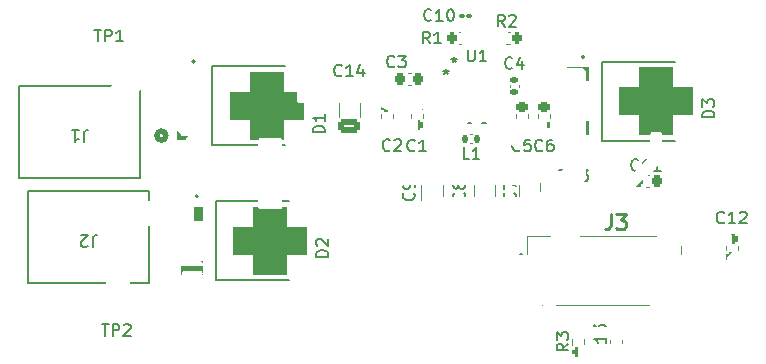
<source format=gto>
G04 #@! TF.GenerationSoftware,KiCad,Pcbnew,7.0.10*
G04 #@! TF.CreationDate,2024-02-24T17:00:32-05:00*
G04 #@! TF.ProjectId,main_buck_board,6d61696e-5f62-4756-936b-5f626f617264,rev?*
G04 #@! TF.SameCoordinates,Original*
G04 #@! TF.FileFunction,Legend,Top*
G04 #@! TF.FilePolarity,Positive*
%FSLAX46Y46*%
G04 Gerber Fmt 4.6, Leading zero omitted, Abs format (unit mm)*
G04 Created by KiCad (PCBNEW 7.0.10) date 2024-02-24 17:00:32*
%MOMM*%
%LPD*%
G01*
G04 APERTURE LIST*
G04 Aperture macros list*
%AMRoundRect*
0 Rectangle with rounded corners*
0 $1 Rounding radius*
0 $2 $3 $4 $5 $6 $7 $8 $9 X,Y pos of 4 corners*
0 Add a 4 corners polygon primitive as box body*
4,1,4,$2,$3,$4,$5,$6,$7,$8,$9,$2,$3,0*
0 Add four circle primitives for the rounded corners*
1,1,$1+$1,$2,$3*
1,1,$1+$1,$4,$5*
1,1,$1+$1,$6,$7*
1,1,$1+$1,$8,$9*
0 Add four rect primitives between the rounded corners*
20,1,$1+$1,$2,$3,$4,$5,0*
20,1,$1+$1,$4,$5,$6,$7,0*
20,1,$1+$1,$6,$7,$8,$9,0*
20,1,$1+$1,$8,$9,$2,$3,0*%
%AMFreePoly0*
4,1,20,0.758544,0.125006,0.762496,0.125006,0.762496,0.121054,0.763099,0.120451,0.763099,-0.792049,0.744349,-0.810799,0.188099,-0.810799,0.188099,-1.355799,-0.261901,-1.355799,-0.261901,-0.810799,-0.761901,-0.810799,-0.761901,-0.560799,-0.261901,-0.560799,-0.261901,-0.125006,-0.762495,-0.125006,-0.762495,0.125006,-0.761901,0.125006,-0.761901,0.139201,0.744349,0.139201,0.758544,0.125006,
0.758544,0.125006,$1*%
%AMFreePoly1*
4,1,17,0.951036,0.308536,0.952500,0.305000,0.952500,-0.295000,0.951036,-0.298536,0.947500,-0.300000,0.687500,-0.300000,0.683964,-0.298536,0.682500,-0.295000,0.682500,-0.155000,-0.947500,-0.155000,-0.947500,0.155000,0.682500,0.155000,0.682500,0.305000,0.683964,0.308536,0.687500,0.310000,0.947500,0.310000,0.951036,0.308536,0.951036,0.308536,$1*%
%AMFreePoly2*
4,1,20,0.761901,0.125006,0.762496,0.125006,0.762496,-0.125006,0.261901,-0.125006,0.261901,-0.560799,0.761901,-0.560799,0.761901,-0.810799,0.261901,-0.810799,0.261901,-1.355799,-0.188099,-1.355799,-0.188099,-0.810799,-0.744349,-0.810799,-0.763099,-0.792049,-0.763099,0.120451,-0.762495,0.121055,-0.762495,0.125006,-0.758544,0.125006,-0.744349,0.139201,0.761901,0.139201,0.761901,0.125006,
0.761901,0.125006,$1*%
G04 Aperture macros list end*
%ADD10C,0.150000*%
%ADD11C,0.254000*%
%ADD12C,0.120000*%
%ADD13C,0.127000*%
%ADD14C,0.200000*%
%ADD15C,0.152400*%
%ADD16C,0.508000*%
%ADD17C,0.100000*%
%ADD18RoundRect,0.250000X-0.650000X0.325000X-0.650000X-0.325000X0.650000X-0.325000X0.650000X0.325000X0*%
%ADD19RoundRect,0.225000X-0.225000X-0.250000X0.225000X-0.250000X0.225000X0.250000X-0.225000X0.250000X0*%
%ADD20RoundRect,0.200000X-0.200000X-0.275000X0.200000X-0.275000X0.200000X0.275000X-0.200000X0.275000X0*%
%ADD21RoundRect,0.582000X-0.935000X0.000000X-0.935000X0.000000X0.935000X0.000000X0.935000X0.000000X0*%
%ADD22RoundRect,1.750200X-1.401800X1.166800X-1.401800X-1.166800X1.401800X-1.166800X1.401800X1.166800X0*%
%ADD23RoundRect,0.140000X-0.170000X0.140000X-0.170000X-0.140000X0.170000X-0.140000X0.170000X0.140000X0*%
%ADD24RoundRect,0.200000X-0.275000X0.200000X-0.275000X-0.200000X0.275000X-0.200000X0.275000X0.200000X0*%
%ADD25C,2.200000*%
%ADD26RoundRect,0.225000X-0.250000X0.225000X-0.250000X-0.225000X0.250000X-0.225000X0.250000X0.225000X0*%
%ADD27RoundRect,0.225000X0.250000X-0.225000X0.250000X0.225000X-0.250000X0.225000X-0.250000X-0.225000X0*%
%ADD28RoundRect,0.225000X0.225000X0.250000X-0.225000X0.250000X-0.225000X-0.250000X0.225000X-0.250000X0*%
%ADD29RoundRect,0.100000X-0.130000X-0.100000X0.130000X-0.100000X0.130000X0.100000X-0.130000X0.100000X0*%
%ADD30C,1.000000*%
%ADD31C,1.803400*%
%ADD32R,0.875005X0.299999*%
%ADD33R,1.524991X0.250012*%
%ADD34FreePoly0,0.000000*%
%ADD35FreePoly1,90.000000*%
%ADD36FreePoly2,0.000000*%
%ADD37R,0.449999X0.872502*%
%ADD38R,0.949998X0.347500*%
%ADD39R,0.299999X0.875005*%
%ADD40R,0.956250X0.354998*%
%ADD41R,0.461250X0.881250*%
%ADD42C,1.400000*%
%ADD43C,3.450000*%
%ADD44RoundRect,0.140000X-0.140000X-0.170000X0.140000X-0.170000X0.140000X0.170000X-0.140000X0.170000X0*%
G04 APERTURE END LIST*
D10*
X181794580Y-110910666D02*
X181842200Y-110958285D01*
X181842200Y-110958285D02*
X181889819Y-111101142D01*
X181889819Y-111101142D02*
X181889819Y-111196380D01*
X181889819Y-111196380D02*
X181842200Y-111339237D01*
X181842200Y-111339237D02*
X181746961Y-111434475D01*
X181746961Y-111434475D02*
X181651723Y-111482094D01*
X181651723Y-111482094D02*
X181461247Y-111529713D01*
X181461247Y-111529713D02*
X181318390Y-111529713D01*
X181318390Y-111529713D02*
X181127914Y-111482094D01*
X181127914Y-111482094D02*
X181032676Y-111434475D01*
X181032676Y-111434475D02*
X180937438Y-111339237D01*
X180937438Y-111339237D02*
X180889819Y-111196380D01*
X180889819Y-111196380D02*
X180889819Y-111101142D01*
X180889819Y-111101142D02*
X180937438Y-110958285D01*
X180937438Y-110958285D02*
X180985057Y-110910666D01*
X181318390Y-110339237D02*
X181270771Y-110434475D01*
X181270771Y-110434475D02*
X181223152Y-110482094D01*
X181223152Y-110482094D02*
X181127914Y-110529713D01*
X181127914Y-110529713D02*
X181080295Y-110529713D01*
X181080295Y-110529713D02*
X180985057Y-110482094D01*
X180985057Y-110482094D02*
X180937438Y-110434475D01*
X180937438Y-110434475D02*
X180889819Y-110339237D01*
X180889819Y-110339237D02*
X180889819Y-110148761D01*
X180889819Y-110148761D02*
X180937438Y-110053523D01*
X180937438Y-110053523D02*
X180985057Y-110005904D01*
X180985057Y-110005904D02*
X181080295Y-109958285D01*
X181080295Y-109958285D02*
X181127914Y-109958285D01*
X181127914Y-109958285D02*
X181223152Y-110005904D01*
X181223152Y-110005904D02*
X181270771Y-110053523D01*
X181270771Y-110053523D02*
X181318390Y-110148761D01*
X181318390Y-110148761D02*
X181318390Y-110339237D01*
X181318390Y-110339237D02*
X181366009Y-110434475D01*
X181366009Y-110434475D02*
X181413628Y-110482094D01*
X181413628Y-110482094D02*
X181508866Y-110529713D01*
X181508866Y-110529713D02*
X181699342Y-110529713D01*
X181699342Y-110529713D02*
X181794580Y-110482094D01*
X181794580Y-110482094D02*
X181842200Y-110434475D01*
X181842200Y-110434475D02*
X181889819Y-110339237D01*
X181889819Y-110339237D02*
X181889819Y-110148761D01*
X181889819Y-110148761D02*
X181842200Y-110053523D01*
X181842200Y-110053523D02*
X181794580Y-110005904D01*
X181794580Y-110005904D02*
X181699342Y-109958285D01*
X181699342Y-109958285D02*
X181508866Y-109958285D01*
X181508866Y-109958285D02*
X181413628Y-110005904D01*
X181413628Y-110005904D02*
X181366009Y-110053523D01*
X181366009Y-110053523D02*
X181318390Y-110148761D01*
X196562142Y-108944580D02*
X196514523Y-108992200D01*
X196514523Y-108992200D02*
X196371666Y-109039819D01*
X196371666Y-109039819D02*
X196276428Y-109039819D01*
X196276428Y-109039819D02*
X196133571Y-108992200D01*
X196133571Y-108992200D02*
X196038333Y-108896961D01*
X196038333Y-108896961D02*
X195990714Y-108801723D01*
X195990714Y-108801723D02*
X195943095Y-108611247D01*
X195943095Y-108611247D02*
X195943095Y-108468390D01*
X195943095Y-108468390D02*
X195990714Y-108277914D01*
X195990714Y-108277914D02*
X196038333Y-108182676D01*
X196038333Y-108182676D02*
X196133571Y-108087438D01*
X196133571Y-108087438D02*
X196276428Y-108039819D01*
X196276428Y-108039819D02*
X196371666Y-108039819D01*
X196371666Y-108039819D02*
X196514523Y-108087438D01*
X196514523Y-108087438D02*
X196562142Y-108135057D01*
X197514523Y-109039819D02*
X196943095Y-109039819D01*
X197228809Y-109039819D02*
X197228809Y-108039819D01*
X197228809Y-108039819D02*
X197133571Y-108182676D01*
X197133571Y-108182676D02*
X197038333Y-108277914D01*
X197038333Y-108277914D02*
X196943095Y-108325533D01*
X198466904Y-109039819D02*
X197895476Y-109039819D01*
X198181190Y-109039819D02*
X198181190Y-108039819D01*
X198181190Y-108039819D02*
X198085952Y-108182676D01*
X198085952Y-108182676D02*
X197990714Y-108277914D01*
X197990714Y-108277914D02*
X197895476Y-108325533D01*
X185253333Y-96814819D02*
X184920000Y-96338628D01*
X184681905Y-96814819D02*
X184681905Y-95814819D01*
X184681905Y-95814819D02*
X185062857Y-95814819D01*
X185062857Y-95814819D02*
X185158095Y-95862438D01*
X185158095Y-95862438D02*
X185205714Y-95910057D01*
X185205714Y-95910057D02*
X185253333Y-96005295D01*
X185253333Y-96005295D02*
X185253333Y-96148152D01*
X185253333Y-96148152D02*
X185205714Y-96243390D01*
X185205714Y-96243390D02*
X185158095Y-96291009D01*
X185158095Y-96291009D02*
X185062857Y-96338628D01*
X185062857Y-96338628D02*
X184681905Y-96338628D01*
X185634286Y-95910057D02*
X185681905Y-95862438D01*
X185681905Y-95862438D02*
X185777143Y-95814819D01*
X185777143Y-95814819D02*
X186015238Y-95814819D01*
X186015238Y-95814819D02*
X186110476Y-95862438D01*
X186110476Y-95862438D02*
X186158095Y-95910057D01*
X186158095Y-95910057D02*
X186205714Y-96005295D01*
X186205714Y-96005295D02*
X186205714Y-96100533D01*
X186205714Y-96100533D02*
X186158095Y-96243390D01*
X186158095Y-96243390D02*
X185586667Y-96814819D01*
X185586667Y-96814819D02*
X186205714Y-96814819D01*
X169999819Y-105767094D02*
X168999819Y-105767094D01*
X168999819Y-105767094D02*
X168999819Y-105528999D01*
X168999819Y-105528999D02*
X169047438Y-105386142D01*
X169047438Y-105386142D02*
X169142676Y-105290904D01*
X169142676Y-105290904D02*
X169237914Y-105243285D01*
X169237914Y-105243285D02*
X169428390Y-105195666D01*
X169428390Y-105195666D02*
X169571247Y-105195666D01*
X169571247Y-105195666D02*
X169761723Y-105243285D01*
X169761723Y-105243285D02*
X169856961Y-105290904D01*
X169856961Y-105290904D02*
X169952200Y-105386142D01*
X169952200Y-105386142D02*
X169999819Y-105528999D01*
X169999819Y-105528999D02*
X169999819Y-105767094D01*
X169999819Y-104243285D02*
X169999819Y-104814713D01*
X169999819Y-104528999D02*
X168999819Y-104528999D01*
X168999819Y-104528999D02*
X169142676Y-104624237D01*
X169142676Y-104624237D02*
X169237914Y-104719475D01*
X169237914Y-104719475D02*
X169285533Y-104814713D01*
X185888333Y-100308580D02*
X185840714Y-100356200D01*
X185840714Y-100356200D02*
X185697857Y-100403819D01*
X185697857Y-100403819D02*
X185602619Y-100403819D01*
X185602619Y-100403819D02*
X185459762Y-100356200D01*
X185459762Y-100356200D02*
X185364524Y-100260961D01*
X185364524Y-100260961D02*
X185316905Y-100165723D01*
X185316905Y-100165723D02*
X185269286Y-99975247D01*
X185269286Y-99975247D02*
X185269286Y-99832390D01*
X185269286Y-99832390D02*
X185316905Y-99641914D01*
X185316905Y-99641914D02*
X185364524Y-99546676D01*
X185364524Y-99546676D02*
X185459762Y-99451438D01*
X185459762Y-99451438D02*
X185602619Y-99403819D01*
X185602619Y-99403819D02*
X185697857Y-99403819D01*
X185697857Y-99403819D02*
X185840714Y-99451438D01*
X185840714Y-99451438D02*
X185888333Y-99499057D01*
X186745476Y-99737152D02*
X186745476Y-100403819D01*
X186507381Y-99356200D02*
X186269286Y-100070485D01*
X186269286Y-100070485D02*
X186888333Y-100070485D01*
X186064580Y-110910666D02*
X186112200Y-110958285D01*
X186112200Y-110958285D02*
X186159819Y-111101142D01*
X186159819Y-111101142D02*
X186159819Y-111196380D01*
X186159819Y-111196380D02*
X186112200Y-111339237D01*
X186112200Y-111339237D02*
X186016961Y-111434475D01*
X186016961Y-111434475D02*
X185921723Y-111482094D01*
X185921723Y-111482094D02*
X185731247Y-111529713D01*
X185731247Y-111529713D02*
X185588390Y-111529713D01*
X185588390Y-111529713D02*
X185397914Y-111482094D01*
X185397914Y-111482094D02*
X185302676Y-111434475D01*
X185302676Y-111434475D02*
X185207438Y-111339237D01*
X185207438Y-111339237D02*
X185159819Y-111196380D01*
X185159819Y-111196380D02*
X185159819Y-111101142D01*
X185159819Y-111101142D02*
X185207438Y-110958285D01*
X185207438Y-110958285D02*
X185255057Y-110910666D01*
X185159819Y-110577332D02*
X185159819Y-109910666D01*
X185159819Y-109910666D02*
X186159819Y-110339237D01*
X190644819Y-123666666D02*
X190168628Y-123999999D01*
X190644819Y-124238094D02*
X189644819Y-124238094D01*
X189644819Y-124238094D02*
X189644819Y-123857142D01*
X189644819Y-123857142D02*
X189692438Y-123761904D01*
X189692438Y-123761904D02*
X189740057Y-123714285D01*
X189740057Y-123714285D02*
X189835295Y-123666666D01*
X189835295Y-123666666D02*
X189978152Y-123666666D01*
X189978152Y-123666666D02*
X190073390Y-123714285D01*
X190073390Y-123714285D02*
X190121009Y-123761904D01*
X190121009Y-123761904D02*
X190168628Y-123857142D01*
X190168628Y-123857142D02*
X190168628Y-124238094D01*
X189644819Y-123333332D02*
X189644819Y-122714285D01*
X189644819Y-122714285D02*
X190025771Y-123047618D01*
X190025771Y-123047618D02*
X190025771Y-122904761D01*
X190025771Y-122904761D02*
X190073390Y-122809523D01*
X190073390Y-122809523D02*
X190121009Y-122761904D01*
X190121009Y-122761904D02*
X190216247Y-122714285D01*
X190216247Y-122714285D02*
X190454342Y-122714285D01*
X190454342Y-122714285D02*
X190549580Y-122761904D01*
X190549580Y-122761904D02*
X190597200Y-122809523D01*
X190597200Y-122809523D02*
X190644819Y-122904761D01*
X190644819Y-122904761D02*
X190644819Y-123190475D01*
X190644819Y-123190475D02*
X190597200Y-123285713D01*
X190597200Y-123285713D02*
X190549580Y-123333332D01*
X193724580Y-123952857D02*
X193772200Y-124000476D01*
X193772200Y-124000476D02*
X193819819Y-124143333D01*
X193819819Y-124143333D02*
X193819819Y-124238571D01*
X193819819Y-124238571D02*
X193772200Y-124381428D01*
X193772200Y-124381428D02*
X193676961Y-124476666D01*
X193676961Y-124476666D02*
X193581723Y-124524285D01*
X193581723Y-124524285D02*
X193391247Y-124571904D01*
X193391247Y-124571904D02*
X193248390Y-124571904D01*
X193248390Y-124571904D02*
X193057914Y-124524285D01*
X193057914Y-124524285D02*
X192962676Y-124476666D01*
X192962676Y-124476666D02*
X192867438Y-124381428D01*
X192867438Y-124381428D02*
X192819819Y-124238571D01*
X192819819Y-124238571D02*
X192819819Y-124143333D01*
X192819819Y-124143333D02*
X192867438Y-124000476D01*
X192867438Y-124000476D02*
X192915057Y-123952857D01*
X193819819Y-123000476D02*
X193819819Y-123571904D01*
X193819819Y-123286190D02*
X192819819Y-123286190D01*
X192819819Y-123286190D02*
X192962676Y-123381428D01*
X192962676Y-123381428D02*
X193057914Y-123476666D01*
X193057914Y-123476666D02*
X193105533Y-123571904D01*
X192819819Y-122667142D02*
X192819819Y-122048095D01*
X192819819Y-122048095D02*
X193200771Y-122381428D01*
X193200771Y-122381428D02*
X193200771Y-122238571D01*
X193200771Y-122238571D02*
X193248390Y-122143333D01*
X193248390Y-122143333D02*
X193296009Y-122095714D01*
X193296009Y-122095714D02*
X193391247Y-122048095D01*
X193391247Y-122048095D02*
X193629342Y-122048095D01*
X193629342Y-122048095D02*
X193724580Y-122095714D01*
X193724580Y-122095714D02*
X193772200Y-122143333D01*
X193772200Y-122143333D02*
X193819819Y-122238571D01*
X193819819Y-122238571D02*
X193819819Y-122524285D01*
X193819819Y-122524285D02*
X193772200Y-122619523D01*
X193772200Y-122619523D02*
X193724580Y-122667142D01*
X203827142Y-113389580D02*
X203779523Y-113437200D01*
X203779523Y-113437200D02*
X203636666Y-113484819D01*
X203636666Y-113484819D02*
X203541428Y-113484819D01*
X203541428Y-113484819D02*
X203398571Y-113437200D01*
X203398571Y-113437200D02*
X203303333Y-113341961D01*
X203303333Y-113341961D02*
X203255714Y-113246723D01*
X203255714Y-113246723D02*
X203208095Y-113056247D01*
X203208095Y-113056247D02*
X203208095Y-112913390D01*
X203208095Y-112913390D02*
X203255714Y-112722914D01*
X203255714Y-112722914D02*
X203303333Y-112627676D01*
X203303333Y-112627676D02*
X203398571Y-112532438D01*
X203398571Y-112532438D02*
X203541428Y-112484819D01*
X203541428Y-112484819D02*
X203636666Y-112484819D01*
X203636666Y-112484819D02*
X203779523Y-112532438D01*
X203779523Y-112532438D02*
X203827142Y-112580057D01*
X204779523Y-113484819D02*
X204208095Y-113484819D01*
X204493809Y-113484819D02*
X204493809Y-112484819D01*
X204493809Y-112484819D02*
X204398571Y-112627676D01*
X204398571Y-112627676D02*
X204303333Y-112722914D01*
X204303333Y-112722914D02*
X204208095Y-112770533D01*
X205160476Y-112580057D02*
X205208095Y-112532438D01*
X205208095Y-112532438D02*
X205303333Y-112484819D01*
X205303333Y-112484819D02*
X205541428Y-112484819D01*
X205541428Y-112484819D02*
X205636666Y-112532438D01*
X205636666Y-112532438D02*
X205684285Y-112580057D01*
X205684285Y-112580057D02*
X205731904Y-112675295D01*
X205731904Y-112675295D02*
X205731904Y-112770533D01*
X205731904Y-112770533D02*
X205684285Y-112913390D01*
X205684285Y-112913390D02*
X205112857Y-113484819D01*
X205112857Y-113484819D02*
X205731904Y-113484819D01*
X175906133Y-100181580D02*
X175858514Y-100229200D01*
X175858514Y-100229200D02*
X175715657Y-100276819D01*
X175715657Y-100276819D02*
X175620419Y-100276819D01*
X175620419Y-100276819D02*
X175477562Y-100229200D01*
X175477562Y-100229200D02*
X175382324Y-100133961D01*
X175382324Y-100133961D02*
X175334705Y-100038723D01*
X175334705Y-100038723D02*
X175287086Y-99848247D01*
X175287086Y-99848247D02*
X175287086Y-99705390D01*
X175287086Y-99705390D02*
X175334705Y-99514914D01*
X175334705Y-99514914D02*
X175382324Y-99419676D01*
X175382324Y-99419676D02*
X175477562Y-99324438D01*
X175477562Y-99324438D02*
X175620419Y-99276819D01*
X175620419Y-99276819D02*
X175715657Y-99276819D01*
X175715657Y-99276819D02*
X175858514Y-99324438D01*
X175858514Y-99324438D02*
X175906133Y-99372057D01*
X176239467Y-99276819D02*
X176858514Y-99276819D01*
X176858514Y-99276819D02*
X176525181Y-99657771D01*
X176525181Y-99657771D02*
X176668038Y-99657771D01*
X176668038Y-99657771D02*
X176763276Y-99705390D01*
X176763276Y-99705390D02*
X176810895Y-99753009D01*
X176810895Y-99753009D02*
X176858514Y-99848247D01*
X176858514Y-99848247D02*
X176858514Y-100086342D01*
X176858514Y-100086342D02*
X176810895Y-100181580D01*
X176810895Y-100181580D02*
X176763276Y-100229200D01*
X176763276Y-100229200D02*
X176668038Y-100276819D01*
X176668038Y-100276819D02*
X176382324Y-100276819D01*
X176382324Y-100276819D02*
X176287086Y-100229200D01*
X176287086Y-100229200D02*
X176239467Y-100181580D01*
X170299819Y-116308094D02*
X169299819Y-116308094D01*
X169299819Y-116308094D02*
X169299819Y-116069999D01*
X169299819Y-116069999D02*
X169347438Y-115927142D01*
X169347438Y-115927142D02*
X169442676Y-115831904D01*
X169442676Y-115831904D02*
X169537914Y-115784285D01*
X169537914Y-115784285D02*
X169728390Y-115736666D01*
X169728390Y-115736666D02*
X169871247Y-115736666D01*
X169871247Y-115736666D02*
X170061723Y-115784285D01*
X170061723Y-115784285D02*
X170156961Y-115831904D01*
X170156961Y-115831904D02*
X170252200Y-115927142D01*
X170252200Y-115927142D02*
X170299819Y-116069999D01*
X170299819Y-116069999D02*
X170299819Y-116308094D01*
X169395057Y-115355713D02*
X169347438Y-115308094D01*
X169347438Y-115308094D02*
X169299819Y-115212856D01*
X169299819Y-115212856D02*
X169299819Y-114974761D01*
X169299819Y-114974761D02*
X169347438Y-114879523D01*
X169347438Y-114879523D02*
X169395057Y-114831904D01*
X169395057Y-114831904D02*
X169490295Y-114784285D01*
X169490295Y-114784285D02*
X169585533Y-114784285D01*
X169585533Y-114784285D02*
X169728390Y-114831904D01*
X169728390Y-114831904D02*
X170299819Y-115403332D01*
X170299819Y-115403332D02*
X170299819Y-114784285D01*
X179032142Y-96244580D02*
X178984523Y-96292200D01*
X178984523Y-96292200D02*
X178841666Y-96339819D01*
X178841666Y-96339819D02*
X178746428Y-96339819D01*
X178746428Y-96339819D02*
X178603571Y-96292200D01*
X178603571Y-96292200D02*
X178508333Y-96196961D01*
X178508333Y-96196961D02*
X178460714Y-96101723D01*
X178460714Y-96101723D02*
X178413095Y-95911247D01*
X178413095Y-95911247D02*
X178413095Y-95768390D01*
X178413095Y-95768390D02*
X178460714Y-95577914D01*
X178460714Y-95577914D02*
X178508333Y-95482676D01*
X178508333Y-95482676D02*
X178603571Y-95387438D01*
X178603571Y-95387438D02*
X178746428Y-95339819D01*
X178746428Y-95339819D02*
X178841666Y-95339819D01*
X178841666Y-95339819D02*
X178984523Y-95387438D01*
X178984523Y-95387438D02*
X179032142Y-95435057D01*
X179984523Y-96339819D02*
X179413095Y-96339819D01*
X179698809Y-96339819D02*
X179698809Y-95339819D01*
X179698809Y-95339819D02*
X179603571Y-95482676D01*
X179603571Y-95482676D02*
X179508333Y-95577914D01*
X179508333Y-95577914D02*
X179413095Y-95625533D01*
X180603571Y-95339819D02*
X180698809Y-95339819D01*
X180698809Y-95339819D02*
X180794047Y-95387438D01*
X180794047Y-95387438D02*
X180841666Y-95435057D01*
X180841666Y-95435057D02*
X180889285Y-95530295D01*
X180889285Y-95530295D02*
X180936904Y-95720771D01*
X180936904Y-95720771D02*
X180936904Y-95958866D01*
X180936904Y-95958866D02*
X180889285Y-96149342D01*
X180889285Y-96149342D02*
X180841666Y-96244580D01*
X180841666Y-96244580D02*
X180794047Y-96292200D01*
X180794047Y-96292200D02*
X180698809Y-96339819D01*
X180698809Y-96339819D02*
X180603571Y-96339819D01*
X180603571Y-96339819D02*
X180508333Y-96292200D01*
X180508333Y-96292200D02*
X180460714Y-96244580D01*
X180460714Y-96244580D02*
X180413095Y-96149342D01*
X180413095Y-96149342D02*
X180365476Y-95958866D01*
X180365476Y-95958866D02*
X180365476Y-95720771D01*
X180365476Y-95720771D02*
X180413095Y-95530295D01*
X180413095Y-95530295D02*
X180460714Y-95435057D01*
X180460714Y-95435057D02*
X180508333Y-95387438D01*
X180508333Y-95387438D02*
X180603571Y-95339819D01*
X189873095Y-108928819D02*
X190444523Y-108928819D01*
X190158809Y-109928819D02*
X190158809Y-108928819D01*
X190777857Y-109928819D02*
X190777857Y-108928819D01*
X190777857Y-108928819D02*
X191158809Y-108928819D01*
X191158809Y-108928819D02*
X191254047Y-108976438D01*
X191254047Y-108976438D02*
X191301666Y-109024057D01*
X191301666Y-109024057D02*
X191349285Y-109119295D01*
X191349285Y-109119295D02*
X191349285Y-109262152D01*
X191349285Y-109262152D02*
X191301666Y-109357390D01*
X191301666Y-109357390D02*
X191254047Y-109405009D01*
X191254047Y-109405009D02*
X191158809Y-109452628D01*
X191158809Y-109452628D02*
X190777857Y-109452628D01*
X191682619Y-108928819D02*
X192301666Y-108928819D01*
X192301666Y-108928819D02*
X191968333Y-109309771D01*
X191968333Y-109309771D02*
X192111190Y-109309771D01*
X192111190Y-109309771D02*
X192206428Y-109357390D01*
X192206428Y-109357390D02*
X192254047Y-109405009D01*
X192254047Y-109405009D02*
X192301666Y-109500247D01*
X192301666Y-109500247D02*
X192301666Y-109738342D01*
X192301666Y-109738342D02*
X192254047Y-109833580D01*
X192254047Y-109833580D02*
X192206428Y-109881200D01*
X192206428Y-109881200D02*
X192111190Y-109928819D01*
X192111190Y-109928819D02*
X191825476Y-109928819D01*
X191825476Y-109928819D02*
X191730238Y-109881200D01*
X191730238Y-109881200D02*
X191682619Y-109833580D01*
X150358433Y-115480180D02*
X150358433Y-114765895D01*
X150358433Y-114765895D02*
X150406052Y-114623038D01*
X150406052Y-114623038D02*
X150501290Y-114527800D01*
X150501290Y-114527800D02*
X150644147Y-114480180D01*
X150644147Y-114480180D02*
X150739385Y-114480180D01*
X149929861Y-115384942D02*
X149882242Y-115432561D01*
X149882242Y-115432561D02*
X149787004Y-115480180D01*
X149787004Y-115480180D02*
X149548909Y-115480180D01*
X149548909Y-115480180D02*
X149453671Y-115432561D01*
X149453671Y-115432561D02*
X149406052Y-115384942D01*
X149406052Y-115384942D02*
X149358433Y-115289704D01*
X149358433Y-115289704D02*
X149358433Y-115194466D01*
X149358433Y-115194466D02*
X149406052Y-115051609D01*
X149406052Y-115051609D02*
X149977480Y-114480180D01*
X149977480Y-114480180D02*
X149358433Y-114480180D01*
X182118095Y-98768819D02*
X182118095Y-99578342D01*
X182118095Y-99578342D02*
X182165714Y-99673580D01*
X182165714Y-99673580D02*
X182213333Y-99721200D01*
X182213333Y-99721200D02*
X182308571Y-99768819D01*
X182308571Y-99768819D02*
X182499047Y-99768819D01*
X182499047Y-99768819D02*
X182594285Y-99721200D01*
X182594285Y-99721200D02*
X182641904Y-99673580D01*
X182641904Y-99673580D02*
X182689523Y-99578342D01*
X182689523Y-99578342D02*
X182689523Y-98768819D01*
X183689523Y-99768819D02*
X183118095Y-99768819D01*
X183403809Y-99768819D02*
X183403809Y-98768819D01*
X183403809Y-98768819D02*
X183308571Y-98911676D01*
X183308571Y-98911676D02*
X183213333Y-99006914D01*
X183213333Y-99006914D02*
X183118095Y-99054533D01*
X180975000Y-99403819D02*
X180975000Y-99641914D01*
X180736905Y-99546676D02*
X180975000Y-99641914D01*
X180975000Y-99641914D02*
X181213095Y-99546676D01*
X180832143Y-99832390D02*
X180975000Y-99641914D01*
X180975000Y-99641914D02*
X181117857Y-99832390D01*
X180271200Y-100394419D02*
X180271200Y-100632514D01*
X180033105Y-100537276D02*
X180271200Y-100632514D01*
X180271200Y-100632514D02*
X180509295Y-100537276D01*
X180128343Y-100822990D02*
X180271200Y-100632514D01*
X180271200Y-100632514D02*
X180414057Y-100822990D01*
X175525133Y-107268180D02*
X175477514Y-107315800D01*
X175477514Y-107315800D02*
X175334657Y-107363419D01*
X175334657Y-107363419D02*
X175239419Y-107363419D01*
X175239419Y-107363419D02*
X175096562Y-107315800D01*
X175096562Y-107315800D02*
X175001324Y-107220561D01*
X175001324Y-107220561D02*
X174953705Y-107125323D01*
X174953705Y-107125323D02*
X174906086Y-106934847D01*
X174906086Y-106934847D02*
X174906086Y-106791990D01*
X174906086Y-106791990D02*
X174953705Y-106601514D01*
X174953705Y-106601514D02*
X175001324Y-106506276D01*
X175001324Y-106506276D02*
X175096562Y-106411038D01*
X175096562Y-106411038D02*
X175239419Y-106363419D01*
X175239419Y-106363419D02*
X175334657Y-106363419D01*
X175334657Y-106363419D02*
X175477514Y-106411038D01*
X175477514Y-106411038D02*
X175525133Y-106458657D01*
X175906086Y-106458657D02*
X175953705Y-106411038D01*
X175953705Y-106411038D02*
X176048943Y-106363419D01*
X176048943Y-106363419D02*
X176287038Y-106363419D01*
X176287038Y-106363419D02*
X176382276Y-106411038D01*
X176382276Y-106411038D02*
X176429895Y-106458657D01*
X176429895Y-106458657D02*
X176477514Y-106553895D01*
X176477514Y-106553895D02*
X176477514Y-106649133D01*
X176477514Y-106649133D02*
X176429895Y-106791990D01*
X176429895Y-106791990D02*
X175858467Y-107363419D01*
X175858467Y-107363419D02*
X176477514Y-107363419D01*
X149598333Y-106590180D02*
X149598333Y-105875895D01*
X149598333Y-105875895D02*
X149645952Y-105733038D01*
X149645952Y-105733038D02*
X149741190Y-105637800D01*
X149741190Y-105637800D02*
X149884047Y-105590180D01*
X149884047Y-105590180D02*
X149979285Y-105590180D01*
X148598333Y-105590180D02*
X149169761Y-105590180D01*
X148884047Y-105590180D02*
X148884047Y-106590180D01*
X148884047Y-106590180D02*
X148979285Y-106447323D01*
X148979285Y-106447323D02*
X149074523Y-106352085D01*
X149074523Y-106352085D02*
X149169761Y-106304466D01*
X171442142Y-100943580D02*
X171394523Y-100991200D01*
X171394523Y-100991200D02*
X171251666Y-101038819D01*
X171251666Y-101038819D02*
X171156428Y-101038819D01*
X171156428Y-101038819D02*
X171013571Y-100991200D01*
X171013571Y-100991200D02*
X170918333Y-100895961D01*
X170918333Y-100895961D02*
X170870714Y-100800723D01*
X170870714Y-100800723D02*
X170823095Y-100610247D01*
X170823095Y-100610247D02*
X170823095Y-100467390D01*
X170823095Y-100467390D02*
X170870714Y-100276914D01*
X170870714Y-100276914D02*
X170918333Y-100181676D01*
X170918333Y-100181676D02*
X171013571Y-100086438D01*
X171013571Y-100086438D02*
X171156428Y-100038819D01*
X171156428Y-100038819D02*
X171251666Y-100038819D01*
X171251666Y-100038819D02*
X171394523Y-100086438D01*
X171394523Y-100086438D02*
X171442142Y-100134057D01*
X172394523Y-101038819D02*
X171823095Y-101038819D01*
X172108809Y-101038819D02*
X172108809Y-100038819D01*
X172108809Y-100038819D02*
X172013571Y-100181676D01*
X172013571Y-100181676D02*
X171918333Y-100276914D01*
X171918333Y-100276914D02*
X171823095Y-100324533D01*
X173251666Y-100372152D02*
X173251666Y-101038819D01*
X173013571Y-99991200D02*
X172775476Y-100705485D01*
X172775476Y-100705485D02*
X173394523Y-100705485D01*
X177524580Y-110910666D02*
X177572200Y-110958285D01*
X177572200Y-110958285D02*
X177619819Y-111101142D01*
X177619819Y-111101142D02*
X177619819Y-111196380D01*
X177619819Y-111196380D02*
X177572200Y-111339237D01*
X177572200Y-111339237D02*
X177476961Y-111434475D01*
X177476961Y-111434475D02*
X177381723Y-111482094D01*
X177381723Y-111482094D02*
X177191247Y-111529713D01*
X177191247Y-111529713D02*
X177048390Y-111529713D01*
X177048390Y-111529713D02*
X176857914Y-111482094D01*
X176857914Y-111482094D02*
X176762676Y-111434475D01*
X176762676Y-111434475D02*
X176667438Y-111339237D01*
X176667438Y-111339237D02*
X176619819Y-111196380D01*
X176619819Y-111196380D02*
X176619819Y-111101142D01*
X176619819Y-111101142D02*
X176667438Y-110958285D01*
X176667438Y-110958285D02*
X176715057Y-110910666D01*
X177619819Y-110434475D02*
X177619819Y-110243999D01*
X177619819Y-110243999D02*
X177572200Y-110148761D01*
X177572200Y-110148761D02*
X177524580Y-110101142D01*
X177524580Y-110101142D02*
X177381723Y-110005904D01*
X177381723Y-110005904D02*
X177191247Y-109958285D01*
X177191247Y-109958285D02*
X176810295Y-109958285D01*
X176810295Y-109958285D02*
X176715057Y-110005904D01*
X176715057Y-110005904D02*
X176667438Y-110053523D01*
X176667438Y-110053523D02*
X176619819Y-110148761D01*
X176619819Y-110148761D02*
X176619819Y-110339237D01*
X176619819Y-110339237D02*
X176667438Y-110434475D01*
X176667438Y-110434475D02*
X176715057Y-110482094D01*
X176715057Y-110482094D02*
X176810295Y-110529713D01*
X176810295Y-110529713D02*
X177048390Y-110529713D01*
X177048390Y-110529713D02*
X177143628Y-110482094D01*
X177143628Y-110482094D02*
X177191247Y-110434475D01*
X177191247Y-110434475D02*
X177238866Y-110339237D01*
X177238866Y-110339237D02*
X177238866Y-110148761D01*
X177238866Y-110148761D02*
X177191247Y-110053523D01*
X177191247Y-110053523D02*
X177143628Y-110005904D01*
X177143628Y-110005904D02*
X177048390Y-109958285D01*
X202989819Y-104497094D02*
X201989819Y-104497094D01*
X201989819Y-104497094D02*
X201989819Y-104258999D01*
X201989819Y-104258999D02*
X202037438Y-104116142D01*
X202037438Y-104116142D02*
X202132676Y-104020904D01*
X202132676Y-104020904D02*
X202227914Y-103973285D01*
X202227914Y-103973285D02*
X202418390Y-103925666D01*
X202418390Y-103925666D02*
X202561247Y-103925666D01*
X202561247Y-103925666D02*
X202751723Y-103973285D01*
X202751723Y-103973285D02*
X202846961Y-104020904D01*
X202846961Y-104020904D02*
X202942200Y-104116142D01*
X202942200Y-104116142D02*
X202989819Y-104258999D01*
X202989819Y-104258999D02*
X202989819Y-104497094D01*
X201989819Y-103592332D02*
X201989819Y-102973285D01*
X201989819Y-102973285D02*
X202370771Y-103306618D01*
X202370771Y-103306618D02*
X202370771Y-103163761D01*
X202370771Y-103163761D02*
X202418390Y-103068523D01*
X202418390Y-103068523D02*
X202466009Y-103020904D01*
X202466009Y-103020904D02*
X202561247Y-102973285D01*
X202561247Y-102973285D02*
X202799342Y-102973285D01*
X202799342Y-102973285D02*
X202894580Y-103020904D01*
X202894580Y-103020904D02*
X202942200Y-103068523D01*
X202942200Y-103068523D02*
X202989819Y-103163761D01*
X202989819Y-103163761D02*
X202989819Y-103449475D01*
X202989819Y-103449475D02*
X202942200Y-103544713D01*
X202942200Y-103544713D02*
X202894580Y-103592332D01*
X178903333Y-98244819D02*
X178570000Y-97768628D01*
X178331905Y-98244819D02*
X178331905Y-97244819D01*
X178331905Y-97244819D02*
X178712857Y-97244819D01*
X178712857Y-97244819D02*
X178808095Y-97292438D01*
X178808095Y-97292438D02*
X178855714Y-97340057D01*
X178855714Y-97340057D02*
X178903333Y-97435295D01*
X178903333Y-97435295D02*
X178903333Y-97578152D01*
X178903333Y-97578152D02*
X178855714Y-97673390D01*
X178855714Y-97673390D02*
X178808095Y-97721009D01*
X178808095Y-97721009D02*
X178712857Y-97768628D01*
X178712857Y-97768628D02*
X178331905Y-97768628D01*
X179855714Y-98244819D02*
X179284286Y-98244819D01*
X179570000Y-98244819D02*
X179570000Y-97244819D01*
X179570000Y-97244819D02*
X179474762Y-97387676D01*
X179474762Y-97387676D02*
X179379524Y-97482914D01*
X179379524Y-97482914D02*
X179284286Y-97530533D01*
D11*
X194211667Y-112708318D02*
X194211667Y-113615461D01*
X194211667Y-113615461D02*
X194151190Y-113796889D01*
X194151190Y-113796889D02*
X194030238Y-113917842D01*
X194030238Y-113917842D02*
X193848809Y-113978318D01*
X193848809Y-113978318D02*
X193727857Y-113978318D01*
X194695476Y-112708318D02*
X195481667Y-112708318D01*
X195481667Y-112708318D02*
X195058333Y-113192127D01*
X195058333Y-113192127D02*
X195239762Y-113192127D01*
X195239762Y-113192127D02*
X195360714Y-113252603D01*
X195360714Y-113252603D02*
X195421190Y-113313080D01*
X195421190Y-113313080D02*
X195481667Y-113434032D01*
X195481667Y-113434032D02*
X195481667Y-113736413D01*
X195481667Y-113736413D02*
X195421190Y-113857365D01*
X195421190Y-113857365D02*
X195360714Y-113917842D01*
X195360714Y-113917842D02*
X195239762Y-113978318D01*
X195239762Y-113978318D02*
X194876905Y-113978318D01*
X194876905Y-113978318D02*
X194755952Y-113917842D01*
X194755952Y-113917842D02*
X194695476Y-113857365D01*
D10*
X150503095Y-97066819D02*
X151074523Y-97066819D01*
X150788809Y-98066819D02*
X150788809Y-97066819D01*
X151407857Y-98066819D02*
X151407857Y-97066819D01*
X151407857Y-97066819D02*
X151788809Y-97066819D01*
X151788809Y-97066819D02*
X151884047Y-97114438D01*
X151884047Y-97114438D02*
X151931666Y-97162057D01*
X151931666Y-97162057D02*
X151979285Y-97257295D01*
X151979285Y-97257295D02*
X151979285Y-97400152D01*
X151979285Y-97400152D02*
X151931666Y-97495390D01*
X151931666Y-97495390D02*
X151884047Y-97543009D01*
X151884047Y-97543009D02*
X151788809Y-97590628D01*
X151788809Y-97590628D02*
X151407857Y-97590628D01*
X152931666Y-98066819D02*
X152360238Y-98066819D01*
X152645952Y-98066819D02*
X152645952Y-97066819D01*
X152645952Y-97066819D02*
X152550714Y-97209676D01*
X152550714Y-97209676D02*
X152455476Y-97304914D01*
X152455476Y-97304914D02*
X152360238Y-97352533D01*
X151138095Y-122009819D02*
X151709523Y-122009819D01*
X151423809Y-123009819D02*
X151423809Y-122009819D01*
X152042857Y-123009819D02*
X152042857Y-122009819D01*
X152042857Y-122009819D02*
X152423809Y-122009819D01*
X152423809Y-122009819D02*
X152519047Y-122057438D01*
X152519047Y-122057438D02*
X152566666Y-122105057D01*
X152566666Y-122105057D02*
X152614285Y-122200295D01*
X152614285Y-122200295D02*
X152614285Y-122343152D01*
X152614285Y-122343152D02*
X152566666Y-122438390D01*
X152566666Y-122438390D02*
X152519047Y-122486009D01*
X152519047Y-122486009D02*
X152423809Y-122533628D01*
X152423809Y-122533628D02*
X152042857Y-122533628D01*
X152995238Y-122105057D02*
X153042857Y-122057438D01*
X153042857Y-122057438D02*
X153138095Y-122009819D01*
X153138095Y-122009819D02*
X153376190Y-122009819D01*
X153376190Y-122009819D02*
X153471428Y-122057438D01*
X153471428Y-122057438D02*
X153519047Y-122105057D01*
X153519047Y-122105057D02*
X153566666Y-122200295D01*
X153566666Y-122200295D02*
X153566666Y-122295533D01*
X153566666Y-122295533D02*
X153519047Y-122438390D01*
X153519047Y-122438390D02*
X152947619Y-123009819D01*
X152947619Y-123009819D02*
X153566666Y-123009819D01*
X182233333Y-108023819D02*
X181757143Y-108023819D01*
X181757143Y-108023819D02*
X181757143Y-107023819D01*
X183090476Y-108023819D02*
X182519048Y-108023819D01*
X182804762Y-108023819D02*
X182804762Y-107023819D01*
X182804762Y-107023819D02*
X182709524Y-107166676D01*
X182709524Y-107166676D02*
X182614286Y-107261914D01*
X182614286Y-107261914D02*
X182519048Y-107309533D01*
X188428333Y-107293580D02*
X188380714Y-107341200D01*
X188380714Y-107341200D02*
X188237857Y-107388819D01*
X188237857Y-107388819D02*
X188142619Y-107388819D01*
X188142619Y-107388819D02*
X187999762Y-107341200D01*
X187999762Y-107341200D02*
X187904524Y-107245961D01*
X187904524Y-107245961D02*
X187856905Y-107150723D01*
X187856905Y-107150723D02*
X187809286Y-106960247D01*
X187809286Y-106960247D02*
X187809286Y-106817390D01*
X187809286Y-106817390D02*
X187856905Y-106626914D01*
X187856905Y-106626914D02*
X187904524Y-106531676D01*
X187904524Y-106531676D02*
X187999762Y-106436438D01*
X187999762Y-106436438D02*
X188142619Y-106388819D01*
X188142619Y-106388819D02*
X188237857Y-106388819D01*
X188237857Y-106388819D02*
X188380714Y-106436438D01*
X188380714Y-106436438D02*
X188428333Y-106484057D01*
X189285476Y-106388819D02*
X189095000Y-106388819D01*
X189095000Y-106388819D02*
X188999762Y-106436438D01*
X188999762Y-106436438D02*
X188952143Y-106484057D01*
X188952143Y-106484057D02*
X188856905Y-106626914D01*
X188856905Y-106626914D02*
X188809286Y-106817390D01*
X188809286Y-106817390D02*
X188809286Y-107198342D01*
X188809286Y-107198342D02*
X188856905Y-107293580D01*
X188856905Y-107293580D02*
X188904524Y-107341200D01*
X188904524Y-107341200D02*
X188999762Y-107388819D01*
X188999762Y-107388819D02*
X189190238Y-107388819D01*
X189190238Y-107388819D02*
X189285476Y-107341200D01*
X189285476Y-107341200D02*
X189333095Y-107293580D01*
X189333095Y-107293580D02*
X189380714Y-107198342D01*
X189380714Y-107198342D02*
X189380714Y-106960247D01*
X189380714Y-106960247D02*
X189333095Y-106865009D01*
X189333095Y-106865009D02*
X189285476Y-106817390D01*
X189285476Y-106817390D02*
X189190238Y-106769771D01*
X189190238Y-106769771D02*
X188999762Y-106769771D01*
X188999762Y-106769771D02*
X188904524Y-106817390D01*
X188904524Y-106817390D02*
X188856905Y-106865009D01*
X188856905Y-106865009D02*
X188809286Y-106960247D01*
X177633333Y-107293580D02*
X177585714Y-107341200D01*
X177585714Y-107341200D02*
X177442857Y-107388819D01*
X177442857Y-107388819D02*
X177347619Y-107388819D01*
X177347619Y-107388819D02*
X177204762Y-107341200D01*
X177204762Y-107341200D02*
X177109524Y-107245961D01*
X177109524Y-107245961D02*
X177061905Y-107150723D01*
X177061905Y-107150723D02*
X177014286Y-106960247D01*
X177014286Y-106960247D02*
X177014286Y-106817390D01*
X177014286Y-106817390D02*
X177061905Y-106626914D01*
X177061905Y-106626914D02*
X177109524Y-106531676D01*
X177109524Y-106531676D02*
X177204762Y-106436438D01*
X177204762Y-106436438D02*
X177347619Y-106388819D01*
X177347619Y-106388819D02*
X177442857Y-106388819D01*
X177442857Y-106388819D02*
X177585714Y-106436438D01*
X177585714Y-106436438D02*
X177633333Y-106484057D01*
X178585714Y-107388819D02*
X178014286Y-107388819D01*
X178300000Y-107388819D02*
X178300000Y-106388819D01*
X178300000Y-106388819D02*
X178204762Y-106531676D01*
X178204762Y-106531676D02*
X178109524Y-106626914D01*
X178109524Y-106626914D02*
X178014286Y-106674533D01*
X186523333Y-107293580D02*
X186475714Y-107341200D01*
X186475714Y-107341200D02*
X186332857Y-107388819D01*
X186332857Y-107388819D02*
X186237619Y-107388819D01*
X186237619Y-107388819D02*
X186094762Y-107341200D01*
X186094762Y-107341200D02*
X185999524Y-107245961D01*
X185999524Y-107245961D02*
X185951905Y-107150723D01*
X185951905Y-107150723D02*
X185904286Y-106960247D01*
X185904286Y-106960247D02*
X185904286Y-106817390D01*
X185904286Y-106817390D02*
X185951905Y-106626914D01*
X185951905Y-106626914D02*
X185999524Y-106531676D01*
X185999524Y-106531676D02*
X186094762Y-106436438D01*
X186094762Y-106436438D02*
X186237619Y-106388819D01*
X186237619Y-106388819D02*
X186332857Y-106388819D01*
X186332857Y-106388819D02*
X186475714Y-106436438D01*
X186475714Y-106436438D02*
X186523333Y-106484057D01*
X187428095Y-106388819D02*
X186951905Y-106388819D01*
X186951905Y-106388819D02*
X186904286Y-106865009D01*
X186904286Y-106865009D02*
X186951905Y-106817390D01*
X186951905Y-106817390D02*
X187047143Y-106769771D01*
X187047143Y-106769771D02*
X187285238Y-106769771D01*
X187285238Y-106769771D02*
X187380476Y-106817390D01*
X187380476Y-106817390D02*
X187428095Y-106865009D01*
X187428095Y-106865009D02*
X187475714Y-106960247D01*
X187475714Y-106960247D02*
X187475714Y-107198342D01*
X187475714Y-107198342D02*
X187428095Y-107293580D01*
X187428095Y-107293580D02*
X187380476Y-107341200D01*
X187380476Y-107341200D02*
X187285238Y-107388819D01*
X187285238Y-107388819D02*
X187047143Y-107388819D01*
X187047143Y-107388819D02*
X186951905Y-107341200D01*
X186951905Y-107341200D02*
X186904286Y-107293580D01*
D12*
X184425000Y-110032748D02*
X184425000Y-111455252D01*
X182605000Y-110032748D02*
X182605000Y-111455252D01*
X197204420Y-109345000D02*
X197485580Y-109345000D01*
X197204420Y-110365000D02*
X197485580Y-110365000D01*
X185182742Y-97267500D02*
X185657258Y-97267500D01*
X185182742Y-98312500D02*
X185657258Y-98312500D01*
D13*
X160475000Y-100155000D02*
X166675000Y-100155000D01*
X166675000Y-106855000D02*
X160475000Y-106855000D01*
X160475000Y-106855000D02*
X160475000Y-100155000D01*
D14*
X159001803Y-99755000D02*
G75*
G03*
X158778197Y-99755000I-111803J0D01*
G01*
X158778197Y-99755000D02*
G75*
G03*
X159001803Y-99755000I111803J0D01*
G01*
D12*
X186415000Y-101746164D02*
X186415000Y-101961836D01*
X185695000Y-101746164D02*
X185695000Y-101961836D01*
X188235000Y-110032748D02*
X188235000Y-111455252D01*
X186415000Y-110032748D02*
X186415000Y-111455252D01*
X191982500Y-123262742D02*
X191982500Y-123737258D01*
X190937500Y-123262742D02*
X190937500Y-123737258D01*
X195175000Y-123359420D02*
X195175000Y-123640580D01*
X194155000Y-123359420D02*
X194155000Y-123640580D01*
X203960000Y-115710580D02*
X203960000Y-115429420D01*
X204980000Y-115710580D02*
X204980000Y-115429420D01*
X177305580Y-101729000D02*
X177024420Y-101729000D01*
X177305580Y-100709000D02*
X177024420Y-100709000D01*
D13*
X160775000Y-111585000D02*
X166975000Y-111585000D01*
X166975000Y-118285000D02*
X160775000Y-118285000D01*
X160775000Y-118285000D02*
X160775000Y-111585000D01*
D14*
X159301803Y-111185000D02*
G75*
G03*
X159078197Y-111185000I-111803J0D01*
G01*
X159078197Y-111185000D02*
G75*
G03*
X159301803Y-111185000I111803J0D01*
G01*
D12*
X191835000Y-107569000D02*
G75*
G03*
X190435000Y-107569000I-700000J0D01*
G01*
X190435000Y-107569000D02*
G75*
G03*
X191835000Y-107569000I700000J0D01*
G01*
D15*
X155155900Y-118562001D02*
X155155900Y-110713401D01*
X155155900Y-110713401D02*
X144894300Y-110713401D01*
X144894300Y-118562001D02*
X155155900Y-118562001D01*
X144894300Y-110713401D02*
X144894300Y-118562001D01*
D16*
X157314900Y-114935000D02*
G75*
G03*
X156552900Y-114935000I-381000J0D01*
G01*
X156552900Y-114935000D02*
G75*
G03*
X157314900Y-114935000I381000J0D01*
G01*
D15*
X182397260Y-104945600D02*
X182112740Y-104945600D01*
X183647260Y-104945600D02*
X183362740Y-104945600D01*
D12*
X175770000Y-104253420D02*
X175770000Y-104534580D01*
X174750000Y-104253420D02*
X174750000Y-104534580D01*
D15*
X154395800Y-109672001D02*
X154395800Y-101823401D01*
X154395800Y-101823401D02*
X144134200Y-101823401D01*
X144134200Y-109672001D02*
X154395800Y-109672001D01*
X144134200Y-101823401D02*
X144134200Y-109672001D01*
D16*
X156554800Y-106045000D02*
G75*
G03*
X155792800Y-106045000I-381000J0D01*
G01*
X155792800Y-106045000D02*
G75*
G03*
X156554800Y-106045000I381000J0D01*
G01*
D12*
X172995000Y-103047748D02*
X172995000Y-104470252D01*
X171175000Y-103047748D02*
X171175000Y-104470252D01*
X179980000Y-110032748D02*
X179980000Y-111455252D01*
X178160000Y-110032748D02*
X178160000Y-111455252D01*
D13*
X193465000Y-99774000D02*
X199665000Y-99774000D01*
X199665000Y-106474000D02*
X193465000Y-106474000D01*
X193465000Y-106474000D02*
X193465000Y-99774000D01*
D14*
X191991803Y-99374000D02*
G75*
G03*
X191768197Y-99374000I-111803J0D01*
G01*
X191768197Y-99374000D02*
G75*
G03*
X191991803Y-99374000I111803J0D01*
G01*
D12*
X181372742Y-97267500D02*
X181847258Y-97267500D01*
X181372742Y-98312500D02*
X181847258Y-98312500D01*
D14*
X186575000Y-116075000D02*
X186575000Y-116075000D01*
X186575000Y-116075000D02*
X186575000Y-116075000D01*
X186675000Y-116075000D02*
X186675000Y-116075000D01*
D17*
X187175000Y-114575000D02*
X187175000Y-114575000D01*
X187175000Y-114575000D02*
X187175000Y-114575000D01*
X187175000Y-114575000D02*
X187175000Y-116075000D01*
X187175000Y-114575000D02*
X200245000Y-114575000D01*
X187175000Y-116075000D02*
X187175000Y-114575000D01*
X187175000Y-116075000D02*
X187175000Y-116075000D01*
X188425000Y-120375000D02*
X188425000Y-120375000D01*
X188425000Y-120375000D02*
X198925000Y-120375000D01*
X198925000Y-120375000D02*
X188425000Y-120375000D01*
X198925000Y-120375000D02*
X198925000Y-120375000D01*
X200175000Y-114575000D02*
X200175000Y-114575000D01*
X200175000Y-114575000D02*
X200175000Y-116075000D01*
X200175000Y-116075000D02*
X200175000Y-114575000D01*
X200175000Y-116075000D02*
X200175000Y-116075000D01*
X200245000Y-114575000D02*
X187175000Y-114575000D01*
X200245000Y-114575000D02*
X200245000Y-114575000D01*
D14*
X186675000Y-116075000D02*
G75*
G03*
X186575000Y-116075000I-50000J0D01*
G01*
X186575000Y-116075000D02*
G75*
G03*
X186675000Y-116075000I50000J0D01*
G01*
X186575000Y-116075000D02*
G75*
G03*
X186675000Y-116075000I50000J0D01*
G01*
D12*
X152465000Y-99060000D02*
G75*
G03*
X151065000Y-99060000I-700000J0D01*
G01*
X151065000Y-99060000D02*
G75*
G03*
X152465000Y-99060000I700000J0D01*
G01*
X153100000Y-120650000D02*
G75*
G03*
X151700000Y-120650000I-700000J0D01*
G01*
X151700000Y-120650000D02*
G75*
G03*
X153100000Y-120650000I700000J0D01*
G01*
X182292164Y-105939000D02*
X182507836Y-105939000D01*
X182292164Y-106659000D02*
X182507836Y-106659000D01*
X189105000Y-104253420D02*
X189105000Y-104534580D01*
X188085000Y-104253420D02*
X188085000Y-104534580D01*
X178310000Y-104253420D02*
X178310000Y-104534580D01*
X177290000Y-104253420D02*
X177290000Y-104534580D01*
X187200000Y-104253420D02*
X187200000Y-104534580D01*
X186180000Y-104253420D02*
X186180000Y-104534580D01*
%LPC*%
G36*
X181780000Y-101620250D02*
G01*
X181761250Y-101639000D01*
X180830000Y-101639000D01*
X180830000Y-101289000D01*
X181330000Y-101289000D01*
X181330000Y-100764000D01*
X181780000Y-100764000D01*
X181780000Y-101620250D01*
G37*
G36*
X184430000Y-101289000D02*
G01*
X184930000Y-101289000D01*
X184930000Y-101639000D01*
X183998750Y-101639000D01*
X183980000Y-101620250D01*
X183980000Y-100764000D01*
X184430000Y-100764000D01*
X184430000Y-101289000D01*
G37*
G36*
X183180000Y-103464000D02*
G01*
X183048750Y-103464000D01*
X183030000Y-103482750D01*
X183030000Y-105114000D01*
X182730000Y-105114000D01*
X182730000Y-103482750D01*
X182711250Y-103464000D01*
X182580000Y-103464000D01*
X182580000Y-103214000D01*
X183180000Y-103214000D01*
X183180000Y-103464000D01*
G37*
G36*
X182355000Y-103657750D02*
G01*
X182355000Y-104570250D01*
X182336250Y-104589000D01*
X181780000Y-104589000D01*
X181780000Y-105114000D01*
X181330000Y-105114000D01*
X181330000Y-104589000D01*
X180830000Y-104589000D01*
X180830000Y-104339000D01*
X181330000Y-104339000D01*
X181330000Y-103889000D01*
X180830000Y-103889000D01*
X180830000Y-103639000D01*
X182336250Y-103639000D01*
X182355000Y-103657750D01*
G37*
G36*
X184930000Y-103889000D02*
G01*
X184430000Y-103889000D01*
X184430000Y-104339000D01*
X184930000Y-104339000D01*
X184930000Y-104589000D01*
X184430000Y-104589000D01*
X184430000Y-105114000D01*
X183980000Y-105114000D01*
X183980000Y-104589000D01*
X183423750Y-104589000D01*
X183405000Y-104570250D01*
X183405000Y-103657750D01*
X183423750Y-103639000D01*
X184930000Y-103639000D01*
X184930000Y-103889000D01*
G37*
D18*
X183515000Y-109269000D03*
X183515000Y-112219000D03*
D19*
X196570000Y-109855000D03*
X198120000Y-109855000D03*
D20*
X184595000Y-97790000D03*
X186245000Y-97790000D03*
D21*
X158450000Y-101219000D03*
D22*
X165100000Y-103505000D03*
D21*
X158450000Y-105791000D03*
D23*
X186055000Y-101374000D03*
X186055000Y-102334000D03*
D18*
X187325000Y-109269000D03*
X187325000Y-112219000D03*
D24*
X191460000Y-122675000D03*
X191460000Y-124325000D03*
D25*
X147870000Y-121360000D03*
D26*
X194665000Y-122725000D03*
X194665000Y-124275000D03*
D27*
X204470000Y-116345000D03*
X204470000Y-114795000D03*
D28*
X177940000Y-101219000D03*
X176390000Y-101219000D03*
D21*
X158750000Y-112649000D03*
D22*
X165400000Y-114935000D03*
D21*
X158750000Y-117221000D03*
D29*
X181605000Y-95885000D03*
X182245000Y-95885000D03*
D30*
X191135000Y-107569000D03*
D31*
X152525100Y-114935000D03*
X147525100Y-114935000D03*
D32*
X181267501Y-101988999D03*
X181267501Y-102489000D03*
D33*
X181592501Y-102988999D03*
D34*
X181592501Y-103764001D03*
D33*
X181592501Y-104464001D03*
D35*
X182885000Y-104166500D03*
D33*
X184167499Y-104464001D03*
D36*
X184170000Y-103779000D03*
D33*
X184167499Y-102988999D03*
D32*
X184492499Y-102489000D03*
X184492499Y-101988999D03*
D37*
X184205000Y-101200251D03*
D38*
X184454999Y-101462752D03*
D39*
X183629999Y-101201503D03*
X183129999Y-101201503D03*
X182629999Y-101201503D03*
X182129999Y-101201503D03*
D40*
X181308127Y-101466501D03*
D41*
X181555627Y-101203375D03*
D26*
X175260000Y-103619000D03*
X175260000Y-105169000D03*
D31*
X151765000Y-106045000D03*
X146765000Y-106045000D03*
D18*
X172085000Y-102284000D03*
X172085000Y-105234000D03*
D25*
X205840000Y-121300000D03*
D18*
X179070000Y-109269000D03*
X179070000Y-112219000D03*
D21*
X191440000Y-100838000D03*
D22*
X198090000Y-103124000D03*
D21*
X191440000Y-105410000D03*
D25*
X205840000Y-98310000D03*
D20*
X180785000Y-97790000D03*
X182435000Y-97790000D03*
D42*
X190175000Y-116325000D03*
X192675000Y-116325000D03*
X194675000Y-116325000D03*
X197175000Y-116325000D03*
D43*
X187105000Y-118525000D03*
X200245000Y-118525000D03*
D30*
X151765000Y-99060000D03*
X152400000Y-120650000D03*
D44*
X181920000Y-106299000D03*
X182880000Y-106299000D03*
D26*
X188595000Y-103619000D03*
X188595000Y-105169000D03*
X177800000Y-103619000D03*
X177800000Y-105169000D03*
D25*
X147810000Y-98310000D03*
D26*
X186690000Y-103619000D03*
X186690000Y-105169000D03*
G36*
X166363839Y-106293285D02*
G01*
X166409594Y-106346089D01*
X166420800Y-106397600D01*
X166420800Y-112144000D01*
X166401115Y-112211039D01*
X166348311Y-112256794D01*
X166296800Y-112268000D01*
X164512800Y-112268000D01*
X164445761Y-112248315D01*
X164400006Y-112195511D01*
X164388800Y-112144000D01*
X164388800Y-106397600D01*
X164408485Y-106330561D01*
X164461289Y-106284806D01*
X164512800Y-106273600D01*
X166296800Y-106273600D01*
X166363839Y-106293285D01*
G37*
G36*
X176745597Y-108249085D02*
G01*
X176778159Y-108279537D01*
X176785038Y-108288813D01*
X176791796Y-108298929D01*
X176798148Y-108309527D01*
X176803884Y-108320258D01*
X176809166Y-108331426D01*
X176813821Y-108342663D01*
X176817981Y-108354288D01*
X176821516Y-108365941D01*
X176824516Y-108377919D01*
X176826889Y-108389854D01*
X176828701Y-108402072D01*
X176829893Y-108414171D01*
X176830650Y-108429560D01*
X176830800Y-108435652D01*
X176830800Y-110086600D01*
X176811115Y-110153639D01*
X176758311Y-110199394D01*
X176706800Y-110210600D01*
X176631599Y-110210600D01*
X176388519Y-110453681D01*
X176327196Y-110487166D01*
X176300838Y-110490000D01*
X175489162Y-110490000D01*
X175422123Y-110470315D01*
X175401481Y-110453681D01*
X175347119Y-110399319D01*
X175313634Y-110337996D01*
X175310800Y-110311638D01*
X175310800Y-110236000D01*
X174940719Y-109865919D01*
X174907234Y-109804596D01*
X174904400Y-109778238D01*
X174904400Y-109118962D01*
X174924085Y-109051923D01*
X174940719Y-109031281D01*
X175706281Y-108265719D01*
X175767604Y-108232234D01*
X175793962Y-108229400D01*
X176678558Y-108229400D01*
X176745597Y-108249085D01*
G37*
G36*
X152237877Y-98114485D02*
G01*
X152258519Y-98131119D01*
X152730200Y-98602800D01*
X152755038Y-98602800D01*
X152822077Y-98622485D01*
X152842719Y-98639119D01*
X152857396Y-98653796D01*
X152890881Y-98715119D01*
X152885897Y-98784811D01*
X152857396Y-98829158D01*
X151610358Y-100076196D01*
X151549035Y-100109681D01*
X151479343Y-100104697D01*
X151434996Y-100076196D01*
X151409400Y-100050600D01*
X151333762Y-100050600D01*
X151266723Y-100030915D01*
X151246081Y-100014281D01*
X150759919Y-99528119D01*
X150726434Y-99466796D01*
X150723600Y-99440438D01*
X150723600Y-98857362D01*
X150743285Y-98790323D01*
X150759919Y-98769681D01*
X151398481Y-98131119D01*
X151459804Y-98097634D01*
X151486162Y-98094800D01*
X152170838Y-98094800D01*
X152237877Y-98114485D01*
G37*
G36*
X187569277Y-108249085D02*
G01*
X187589919Y-108265719D01*
X188228481Y-108904281D01*
X188261966Y-108965604D01*
X188264800Y-108991962D01*
X188264800Y-109549638D01*
X188245115Y-109616677D01*
X188228481Y-109637319D01*
X187666119Y-110199681D01*
X187604796Y-110233166D01*
X187578438Y-110236000D01*
X178333962Y-110236000D01*
X178266923Y-110216315D01*
X178262614Y-110212842D01*
X178257199Y-110210600D01*
X176631599Y-110210600D01*
X176491704Y-110350496D01*
X176430381Y-110383981D01*
X176360689Y-110378997D01*
X176316342Y-110350496D01*
X176101379Y-110135533D01*
X176097182Y-110131125D01*
X176086837Y-110119711D01*
X176079115Y-110110302D01*
X176071762Y-110100387D01*
X176065003Y-110090270D01*
X176058651Y-110079672D01*
X176052915Y-110068941D01*
X176047633Y-110057773D01*
X176042978Y-110046536D01*
X176038818Y-110034911D01*
X176035283Y-110023258D01*
X176032283Y-110011280D01*
X176029910Y-109999345D01*
X176028098Y-109987127D01*
X176026905Y-109975020D01*
X176026149Y-109959631D01*
X176026000Y-109953547D01*
X176026000Y-108353400D01*
X176045685Y-108286361D01*
X176098489Y-108240606D01*
X176150000Y-108229400D01*
X187502238Y-108229400D01*
X187569277Y-108249085D01*
G37*
G36*
X173878677Y-101264085D02*
G01*
X173899319Y-101280719D01*
X175717200Y-103098600D01*
X176019392Y-103098600D01*
X176086431Y-103118285D01*
X176107073Y-103134919D01*
X176349020Y-103376866D01*
X176353217Y-103381274D01*
X176363562Y-103392688D01*
X176371284Y-103402097D01*
X176378637Y-103412012D01*
X176385396Y-103422129D01*
X176391748Y-103432727D01*
X176397484Y-103443458D01*
X176402766Y-103454626D01*
X176407421Y-103465863D01*
X176411581Y-103477488D01*
X176415116Y-103489141D01*
X176418116Y-103501119D01*
X176420489Y-103513054D01*
X176422301Y-103525272D01*
X176423493Y-103537371D01*
X176424250Y-103552760D01*
X176424400Y-103558852D01*
X176424400Y-103933747D01*
X176424250Y-103939839D01*
X176423493Y-103955228D01*
X176422301Y-103967327D01*
X176420489Y-103979545D01*
X176418118Y-103991473D01*
X176417155Y-103995319D01*
X176381776Y-104055569D01*
X176319440Y-104087128D01*
X176296868Y-104089200D01*
X175511000Y-104089200D01*
X175443961Y-104069515D01*
X175398206Y-104016711D01*
X175387000Y-103965200D01*
X175387000Y-103886000D01*
X175357606Y-103886000D01*
X175303190Y-103873422D01*
X173685200Y-103083240D01*
X173685200Y-103127000D01*
X173665515Y-103194039D01*
X173612711Y-103239794D01*
X173561200Y-103251000D01*
X167789400Y-103251000D01*
X167722361Y-103231315D01*
X167676606Y-103178511D01*
X167665400Y-103127000D01*
X167665400Y-101368400D01*
X167685085Y-101301361D01*
X167737889Y-101255606D01*
X167789400Y-101244400D01*
X173811638Y-101244400D01*
X173878677Y-101264085D01*
G37*
G36*
X159451477Y-100222685D02*
G01*
X159472119Y-100239319D01*
X160034481Y-100801681D01*
X160067966Y-100863004D01*
X160070800Y-100889362D01*
X160070800Y-101497838D01*
X160051115Y-101564877D01*
X160034481Y-101585519D01*
X159497519Y-102122481D01*
X159436196Y-102155966D01*
X159409838Y-102158800D01*
X158572762Y-102158800D01*
X158505723Y-102139115D01*
X158497737Y-102132680D01*
X158496000Y-102133400D01*
X158496000Y-102154122D01*
X158476315Y-102221161D01*
X158423511Y-102266916D01*
X158354353Y-102276860D01*
X158290797Y-102247835D01*
X158253023Y-102189057D01*
X158249342Y-102172317D01*
X158248098Y-102163931D01*
X158246905Y-102151820D01*
X158246149Y-102136431D01*
X158246000Y-102130347D01*
X158246000Y-100327000D01*
X158265685Y-100259961D01*
X158318489Y-100214206D01*
X158370000Y-100203000D01*
X159384438Y-100203000D01*
X159451477Y-100222685D01*
G37*
G36*
X204436692Y-114423958D02*
G01*
X204483320Y-114475992D01*
X204495400Y-114529376D01*
X204495400Y-115268200D01*
X204475715Y-115335239D01*
X204422911Y-115380994D01*
X204371400Y-115392200D01*
X198754999Y-115392200D01*
X197826681Y-116320519D01*
X197765358Y-116354004D01*
X197695666Y-116349020D01*
X197651319Y-116320519D01*
X197106706Y-115775906D01*
X197073221Y-115714583D01*
X197078205Y-115644891D01*
X197110140Y-115597239D01*
X198253085Y-114538958D01*
X198315650Y-114507854D01*
X198335266Y-114505961D01*
X204369334Y-114405393D01*
X204436692Y-114423958D01*
G37*
G36*
X152596757Y-98485203D02*
G01*
X152641104Y-98513704D01*
X152730200Y-98602800D01*
X152755038Y-98602800D01*
X152822077Y-98622485D01*
X152842719Y-98639119D01*
X154406600Y-100203000D01*
X158622000Y-100203000D01*
X158689039Y-100222685D01*
X158734794Y-100275489D01*
X158746000Y-100327000D01*
X158746000Y-102034800D01*
X158726315Y-102101839D01*
X158673511Y-102147594D01*
X158622000Y-102158800D01*
X158572762Y-102158800D01*
X158505723Y-102139115D01*
X158497737Y-102132680D01*
X158496000Y-102133400D01*
X158496000Y-103783838D01*
X158476315Y-103850877D01*
X158470600Y-103857969D01*
X158470600Y-103860600D01*
X159918399Y-105308399D01*
X159919770Y-105308967D01*
X159984877Y-105328085D01*
X160005519Y-105344719D01*
X160034481Y-105373681D01*
X160067966Y-105435004D01*
X160070800Y-105461362D01*
X160070800Y-105993638D01*
X160051115Y-106060677D01*
X160034481Y-106081319D01*
X159918399Y-106197400D01*
X159909680Y-106218452D01*
X159865839Y-106272856D01*
X159799545Y-106294921D01*
X159795119Y-106295000D01*
X158545363Y-106295000D01*
X158478324Y-106275315D01*
X158432569Y-106222511D01*
X158422625Y-106153353D01*
X158451650Y-106089797D01*
X158457682Y-106083319D01*
X158496000Y-106045000D01*
X157943174Y-106045000D01*
X157876135Y-106025315D01*
X157830380Y-105972511D01*
X157824614Y-105932413D01*
X156525719Y-104633518D01*
X156492234Y-104572195D01*
X156489400Y-104545837D01*
X156489400Y-102209600D01*
X154381199Y-102209600D01*
X152842719Y-103748081D01*
X152781396Y-103781566D01*
X152755667Y-103784332D01*
X152755600Y-103784400D01*
X152755600Y-106073400D01*
X152735915Y-106140439D01*
X152683111Y-106186194D01*
X152631600Y-106197400D01*
X150873000Y-106197400D01*
X150805961Y-106177715D01*
X150760206Y-106124911D01*
X150749000Y-106073400D01*
X150749000Y-103022962D01*
X150768685Y-102955923D01*
X150785319Y-102935281D01*
X152490681Y-101229919D01*
X152550998Y-101196983D01*
X152552400Y-101193599D01*
X151409400Y-100050600D01*
X151333762Y-100050600D01*
X151266723Y-100030915D01*
X151246081Y-100014281D01*
X151193304Y-99961504D01*
X151159819Y-99900181D01*
X151164803Y-99830489D01*
X151193304Y-99786142D01*
X152465742Y-98513704D01*
X152527065Y-98480219D01*
X152596757Y-98485203D01*
G37*
G36*
X158870839Y-111601885D02*
G01*
X158916594Y-111654689D01*
X158927800Y-111706200D01*
X158927800Y-113490200D01*
X158908115Y-113557239D01*
X158855311Y-113602994D01*
X158803800Y-113614200D01*
X157886399Y-113614200D01*
X157784800Y-113715799D01*
X157784800Y-114858800D01*
X159808319Y-116882319D01*
X159841804Y-116943642D01*
X159836820Y-117013334D01*
X159794948Y-117069267D01*
X159729484Y-117093684D01*
X159720638Y-117094000D01*
X157302762Y-117094000D01*
X157235723Y-117074315D01*
X157215081Y-117057681D01*
X155840481Y-115683081D01*
X155806996Y-115621758D01*
X155811980Y-115552066D01*
X155840481Y-115507719D01*
X155905199Y-115443000D01*
X155905200Y-115442999D01*
X155905200Y-113665000D01*
X153796999Y-113665000D01*
X153517600Y-113944400D01*
X153517600Y-113953477D01*
X153540166Y-113994804D01*
X153543000Y-114021162D01*
X153543000Y-120014000D01*
X153523315Y-120081039D01*
X153470511Y-120126794D01*
X153419000Y-120138000D01*
X151690476Y-120138000D01*
X151685251Y-120140316D01*
X151615986Y-120149488D01*
X151552758Y-120119756D01*
X151515641Y-120060560D01*
X151511000Y-120026954D01*
X151511000Y-120015562D01*
X151530685Y-119948523D01*
X151547319Y-119927880D01*
X151587199Y-119887999D01*
X151580580Y-119872020D01*
X151567961Y-119868315D01*
X151522206Y-119815511D01*
X151511000Y-119764000D01*
X151511000Y-113128600D01*
X151530685Y-113061561D01*
X151583489Y-113015806D01*
X151635000Y-113004600D01*
X151688800Y-113004600D01*
X151688800Y-113004599D01*
X153074881Y-111618519D01*
X153136204Y-111585034D01*
X153162562Y-111582200D01*
X158803800Y-111582200D01*
X158870839Y-111601885D01*
G37*
G36*
X179368639Y-100959285D02*
G01*
X179414394Y-101012089D01*
X179425600Y-101063600D01*
X179425600Y-101269238D01*
X179405915Y-101336277D01*
X179389281Y-101356919D01*
X179309519Y-101436681D01*
X179248196Y-101470166D01*
X179221838Y-101473000D01*
X178482800Y-101473000D01*
X178415761Y-101453315D01*
X178370006Y-101400511D01*
X178358800Y-101349000D01*
X178358800Y-101063600D01*
X178378485Y-100996561D01*
X178431289Y-100950806D01*
X178482800Y-100939600D01*
X179301600Y-100939600D01*
X179368639Y-100959285D01*
G37*
G36*
X197399077Y-123514485D02*
G01*
X197419719Y-123531119D01*
X197702681Y-123814081D01*
X197736166Y-123875404D01*
X197739000Y-123901762D01*
X197739000Y-124002238D01*
X197719315Y-124069277D01*
X197702681Y-124089919D01*
X196987919Y-124804681D01*
X196926596Y-124838166D01*
X196900238Y-124841000D01*
X191563800Y-124841000D01*
X191496761Y-124821315D01*
X191451006Y-124768511D01*
X191439800Y-124717000D01*
X191439800Y-123898200D01*
X191459485Y-123831161D01*
X191512289Y-123785406D01*
X191563800Y-123774200D01*
X196773800Y-123774200D01*
X196773800Y-123774199D01*
X197016881Y-123531119D01*
X197078204Y-123497634D01*
X197104562Y-123494800D01*
X197332038Y-123494800D01*
X197399077Y-123514485D01*
G37*
G36*
X184419677Y-104032685D02*
G01*
X184440319Y-104049319D01*
X185064400Y-104673400D01*
X188674200Y-104673400D01*
X188741239Y-104693085D01*
X188786994Y-104745889D01*
X188798200Y-104797400D01*
X188798200Y-105540000D01*
X188778515Y-105607039D01*
X188725711Y-105652794D01*
X188674200Y-105664000D01*
X186156599Y-105664000D01*
X186602881Y-106110281D01*
X186636366Y-106171604D01*
X186639200Y-106197962D01*
X186639200Y-106476238D01*
X186619515Y-106543277D01*
X186602881Y-106563919D01*
X186269119Y-106897681D01*
X186207796Y-106931166D01*
X186181438Y-106934000D01*
X186004762Y-106934000D01*
X185937723Y-106914315D01*
X185917081Y-106897681D01*
X183898676Y-104879275D01*
X183848032Y-104853921D01*
X183844852Y-104850852D01*
X183678881Y-104684881D01*
X183645396Y-104623558D01*
X183650380Y-104553866D01*
X183678881Y-104509519D01*
X184139081Y-104049319D01*
X184200404Y-104015834D01*
X184226762Y-104013000D01*
X184352638Y-104013000D01*
X184419677Y-104032685D01*
G37*
G36*
X191938077Y-100375085D02*
G01*
X191958719Y-100391719D01*
X192114681Y-100547681D01*
X192148166Y-100609004D01*
X192151000Y-100635362D01*
X192151000Y-109600438D01*
X192131315Y-109667477D01*
X192114681Y-109688119D01*
X188707519Y-113095281D01*
X188646196Y-113128766D01*
X188619838Y-113131600D01*
X178537162Y-113131600D01*
X178470123Y-113111915D01*
X178449481Y-113095281D01*
X178064919Y-112710719D01*
X178031434Y-112649396D01*
X178028600Y-112623038D01*
X178028600Y-111735162D01*
X178048285Y-111668123D01*
X178064919Y-111647481D01*
X178474881Y-111237519D01*
X178536204Y-111204034D01*
X178562562Y-111201200D01*
X187833000Y-111201200D01*
X187833000Y-111201199D01*
X190144400Y-108889799D01*
X190144400Y-100479400D01*
X190164085Y-100412361D01*
X190216889Y-100366606D01*
X190268400Y-100355400D01*
X191871038Y-100355400D01*
X191938077Y-100375085D01*
G37*
G36*
X185130877Y-96869885D02*
G01*
X185151519Y-96886519D01*
X185536081Y-97271081D01*
X185569566Y-97332404D01*
X185572400Y-97358762D01*
X185572400Y-97992638D01*
X185552715Y-98059677D01*
X185536081Y-98080319D01*
X184922919Y-98693481D01*
X184861596Y-98726966D01*
X184835238Y-98729800D01*
X182143962Y-98729800D01*
X182076923Y-98710115D01*
X182056281Y-98693481D01*
X181493919Y-98131119D01*
X181460434Y-98069796D01*
X181457600Y-98043438D01*
X181457600Y-97460362D01*
X181477285Y-97393323D01*
X181493919Y-97372681D01*
X181980081Y-96886519D01*
X182041404Y-96853034D01*
X182067762Y-96850200D01*
X185063838Y-96850200D01*
X185130877Y-96869885D01*
G37*
G36*
X177844639Y-104667685D02*
G01*
X177890394Y-104720489D01*
X177901600Y-104772000D01*
X177901600Y-105540000D01*
X177881915Y-105607039D01*
X177829111Y-105652794D01*
X177777600Y-105664000D01*
X175259999Y-105664000D01*
X174382481Y-106541519D01*
X174321158Y-106575004D01*
X174251466Y-106570020D01*
X174207119Y-106541519D01*
X173683981Y-106018381D01*
X173650496Y-105957058D01*
X173655480Y-105887366D01*
X173683981Y-105843019D01*
X174842681Y-104684319D01*
X174904004Y-104650834D01*
X174930362Y-104648000D01*
X177777600Y-104648000D01*
X177844639Y-104667685D01*
G37*
G36*
X188590534Y-119232980D02*
G01*
X188646467Y-119274852D01*
X188670884Y-119340316D01*
X188671200Y-119349162D01*
X188671200Y-119430800D01*
X191490600Y-122250200D01*
X195732400Y-122250200D01*
X195732400Y-122250199D01*
X198603819Y-119378781D01*
X198665142Y-119345296D01*
X198734834Y-119350280D01*
X198779181Y-119378781D01*
X199277481Y-119877081D01*
X199310966Y-119938404D01*
X199313800Y-119964762D01*
X199313800Y-120065238D01*
X199294115Y-120132277D01*
X199277481Y-120152919D01*
X196327519Y-123102881D01*
X196266196Y-123136366D01*
X196239838Y-123139200D01*
X191262562Y-123139200D01*
X191195523Y-123119515D01*
X191174881Y-123102881D01*
X187984181Y-119912181D01*
X187950696Y-119850858D01*
X187955680Y-119781166D01*
X187984181Y-119736819D01*
X188459519Y-119261481D01*
X188520842Y-119227996D01*
X188590534Y-119232980D01*
G37*
G36*
X153486039Y-119657685D02*
G01*
X153531794Y-119710489D01*
X153543000Y-119762000D01*
X153543000Y-120814982D01*
X153523315Y-120882021D01*
X153470511Y-120927776D01*
X153466814Y-120929385D01*
X152817319Y-121578881D01*
X152755996Y-121612366D01*
X152729638Y-121615200D01*
X152070362Y-121615200D01*
X152003323Y-121595515D01*
X151982681Y-121578881D01*
X151547319Y-121143519D01*
X151513834Y-121082196D01*
X151511000Y-121055838D01*
X151511000Y-120015562D01*
X151530685Y-119948523D01*
X151547319Y-119927880D01*
X151587199Y-119887999D01*
X151580580Y-119872020D01*
X151567961Y-119868315D01*
X151522206Y-119815511D01*
X151511000Y-119764000D01*
X151511000Y-119762000D01*
X151530685Y-119694961D01*
X151583489Y-119649206D01*
X151635000Y-119638000D01*
X153419000Y-119638000D01*
X153486039Y-119657685D01*
G37*
G36*
X198545639Y-105785285D02*
G01*
X198591394Y-105838089D01*
X198602600Y-105889600D01*
X198602600Y-108127238D01*
X198582915Y-108194277D01*
X198566281Y-108214919D01*
X197013319Y-109767881D01*
X196951996Y-109801366D01*
X196925638Y-109804200D01*
X196900799Y-109804200D01*
X196327519Y-110377481D01*
X196266196Y-110410966D01*
X196239838Y-110413800D01*
X195961562Y-110413800D01*
X195894523Y-110394115D01*
X195873881Y-110377481D01*
X195859400Y-110363000D01*
X195808599Y-110363000D01*
X191160400Y-115011199D01*
X191160400Y-116026638D01*
X191140715Y-116093677D01*
X191124081Y-116114319D01*
X191120519Y-116117881D01*
X191059196Y-116151366D01*
X191032838Y-116154200D01*
X189277800Y-116154200D01*
X189210761Y-116134515D01*
X189165006Y-116081711D01*
X189153800Y-116030200D01*
X189153800Y-114173562D01*
X189173485Y-114106523D01*
X189190119Y-114085881D01*
X194273681Y-109002319D01*
X194335004Y-108968834D01*
X194361362Y-108966000D01*
X195427038Y-108966000D01*
X195494077Y-108985685D01*
X195514719Y-109002319D01*
X195884800Y-109372400D01*
X195961000Y-109372400D01*
X195961000Y-109372399D01*
X197586600Y-107746799D01*
X197586600Y-105889600D01*
X197606285Y-105822561D01*
X197659089Y-105776806D01*
X197710600Y-105765600D01*
X198478600Y-105765600D01*
X198545639Y-105785285D01*
G37*
G36*
X159684077Y-105078085D02*
G01*
X159704719Y-105094719D01*
X159918399Y-105308399D01*
X159919770Y-105308967D01*
X159984877Y-105328085D01*
X160005519Y-105344719D01*
X160034481Y-105373681D01*
X160067966Y-105435004D01*
X160070800Y-105461362D01*
X160070800Y-105993638D01*
X160051115Y-106060677D01*
X160034481Y-106081319D01*
X159918400Y-106197399D01*
X159918400Y-106273038D01*
X159898715Y-106340077D01*
X159882081Y-106360719D01*
X159522919Y-106719881D01*
X159461596Y-106753366D01*
X159435238Y-106756200D01*
X158918371Y-106756200D01*
X158886948Y-106752152D01*
X158669026Y-106695064D01*
X158653090Y-106689712D01*
X158468043Y-106613240D01*
X158427721Y-106586321D01*
X158278881Y-106437481D01*
X158245396Y-106376158D01*
X158250380Y-106306466D01*
X158278881Y-106262119D01*
X158496000Y-106045000D01*
X158441808Y-106045000D01*
X158374769Y-106025315D01*
X158329014Y-105972511D01*
X158319070Y-105903353D01*
X158348095Y-105839797D01*
X158354127Y-105833319D01*
X159053666Y-105133779D01*
X159058074Y-105129582D01*
X159069488Y-105119237D01*
X159078897Y-105111515D01*
X159088812Y-105104162D01*
X159098929Y-105097403D01*
X159109527Y-105091051D01*
X159120258Y-105085315D01*
X159131426Y-105080033D01*
X159142663Y-105075378D01*
X159154288Y-105071218D01*
X159165941Y-105067683D01*
X159177919Y-105064683D01*
X159189854Y-105062310D01*
X159202072Y-105060498D01*
X159214179Y-105059305D01*
X159229569Y-105058549D01*
X159235653Y-105058400D01*
X159617038Y-105058400D01*
X159684077Y-105078085D01*
G37*
G36*
X204815877Y-115792885D02*
G01*
X204836519Y-115809519D01*
X206186281Y-117159281D01*
X206219766Y-117220604D01*
X206222600Y-117246962D01*
X206222600Y-117548592D01*
X206202915Y-117615631D01*
X206186281Y-117636273D01*
X205952073Y-117870481D01*
X205890750Y-117903966D01*
X205864392Y-117906800D01*
X205537362Y-117906800D01*
X205470323Y-117887115D01*
X205449681Y-117870481D01*
X204269476Y-116690275D01*
X204218832Y-116664921D01*
X204215652Y-116661852D01*
X204075081Y-116521281D01*
X204041596Y-116459958D01*
X204046580Y-116390266D01*
X204075081Y-116345919D01*
X204611481Y-115809519D01*
X204672804Y-115776034D01*
X204699162Y-115773200D01*
X204748838Y-115773200D01*
X204815877Y-115792885D01*
G37*
G36*
X206114557Y-117103403D02*
G01*
X206158904Y-117131904D01*
X206186281Y-117159281D01*
X206219766Y-117220604D01*
X206222600Y-117246962D01*
X206222600Y-117576038D01*
X206202915Y-117643077D01*
X206186281Y-117663719D01*
X205979519Y-117870481D01*
X205918196Y-117903966D01*
X205891838Y-117906800D01*
X205537362Y-117906800D01*
X205470323Y-117887115D01*
X205449681Y-117870481D01*
X205435004Y-117855804D01*
X205401519Y-117794481D01*
X205406503Y-117724789D01*
X205435004Y-117680442D01*
X205983542Y-117131904D01*
X206044865Y-117098419D01*
X206114557Y-117103403D01*
G37*
G36*
X181273639Y-103931085D02*
G01*
X181319394Y-103983889D01*
X181330600Y-104035400D01*
X181330600Y-104828800D01*
X181310915Y-104895839D01*
X181258111Y-104941594D01*
X181206600Y-104952800D01*
X180899362Y-104952800D01*
X180832323Y-104933115D01*
X180828014Y-104929642D01*
X180822599Y-104927400D01*
X180771799Y-104927400D01*
X180656281Y-105042919D01*
X180594958Y-105076404D01*
X180525266Y-105071420D01*
X180480919Y-105042919D01*
X179970481Y-104532481D01*
X179936996Y-104471158D01*
X179941980Y-104401466D01*
X179970481Y-104357119D01*
X180379881Y-103947719D01*
X180441204Y-103914234D01*
X180467562Y-103911400D01*
X181206600Y-103911400D01*
X181273639Y-103931085D01*
G37*
G36*
X178831677Y-102305485D02*
G01*
X178852319Y-102322119D01*
X179007719Y-102477519D01*
X179041204Y-102538842D01*
X179036220Y-102608534D01*
X179007719Y-102652881D01*
X178816000Y-102844600D01*
X178841400Y-102870000D01*
X180419200Y-102870000D01*
X180486239Y-102889685D01*
X180531994Y-102942489D01*
X180543200Y-102994000D01*
X180543200Y-103174238D01*
X180523515Y-103241277D01*
X180506881Y-103261919D01*
X180503319Y-103265481D01*
X180441996Y-103298966D01*
X180415638Y-103301800D01*
X178739799Y-103301800D01*
X177988719Y-104052881D01*
X177927396Y-104086366D01*
X177901038Y-104089200D01*
X175511000Y-104089200D01*
X175443961Y-104069515D01*
X175398206Y-104016711D01*
X175387000Y-103965200D01*
X175387000Y-103886000D01*
X175357606Y-103886000D01*
X175303190Y-103873422D01*
X175206584Y-103826242D01*
X175154983Y-103779135D01*
X175137000Y-103714820D01*
X175137000Y-103101652D01*
X175137149Y-103095568D01*
X175137905Y-103080179D01*
X175139098Y-103068072D01*
X175140910Y-103055854D01*
X175143283Y-103043919D01*
X175146283Y-103031941D01*
X175149818Y-103020288D01*
X175153978Y-103008663D01*
X175158633Y-102997426D01*
X175163915Y-102986258D01*
X175169651Y-102975527D01*
X175176003Y-102964929D01*
X175182762Y-102954812D01*
X175190115Y-102944897D01*
X175197833Y-102935493D01*
X175206127Y-102926341D01*
X175214741Y-102917727D01*
X175223893Y-102909433D01*
X175233297Y-102901715D01*
X175243212Y-102894362D01*
X175253329Y-102887603D01*
X175263927Y-102881251D01*
X175274658Y-102875515D01*
X175285826Y-102870233D01*
X175297063Y-102865578D01*
X175308688Y-102861418D01*
X175320341Y-102857883D01*
X175332319Y-102854883D01*
X175344254Y-102852510D01*
X175356472Y-102850698D01*
X175368579Y-102849505D01*
X175383969Y-102848749D01*
X175390053Y-102848600D01*
X175415838Y-102848600D01*
X175482877Y-102868285D01*
X175503519Y-102884919D01*
X175717200Y-103098600D01*
X177570838Y-103098600D01*
X177637877Y-103118285D01*
X177644969Y-103124000D01*
X177647600Y-103124000D01*
X178144681Y-102626919D01*
X178206004Y-102593434D01*
X178232362Y-102590600D01*
X178384200Y-102590600D01*
X178384200Y-102590599D01*
X178652681Y-102322119D01*
X178714004Y-102288634D01*
X178740362Y-102285800D01*
X178764638Y-102285800D01*
X178831677Y-102305485D01*
G37*
G36*
X159609877Y-117545485D02*
G01*
X159655632Y-117598289D01*
X159665576Y-117667447D01*
X159636551Y-117731003D01*
X159630519Y-117737481D01*
X159467433Y-117900567D01*
X159454152Y-117912086D01*
X159187658Y-118111955D01*
X159122215Y-118136431D01*
X159117348Y-118136688D01*
X158439436Y-118159062D01*
X158371784Y-118141599D01*
X158359279Y-118133057D01*
X158031100Y-117878138D01*
X158019620Y-117862219D01*
X157948119Y-117790718D01*
X157914634Y-117729395D01*
X157911800Y-117703037D01*
X157911800Y-117649800D01*
X157931485Y-117582761D01*
X157984289Y-117537006D01*
X158035800Y-117525800D01*
X159542838Y-117525800D01*
X159609877Y-117545485D01*
G37*
%LPD*%
M02*

</source>
